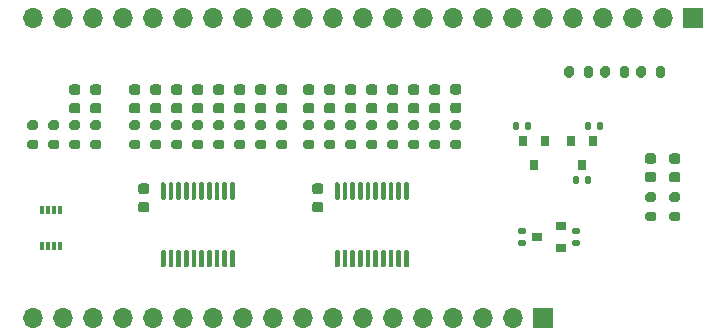
<source format=gbr>
%TF.GenerationSoftware,KiCad,Pcbnew,(5.1.10-1-10_14)*%
%TF.CreationDate,2021-10-18T21:54:19-04:00*%
%TF.ProjectId,RAM-MODULE,52414d2d-4d4f-4445-954c-452e6b696361,rev?*%
%TF.SameCoordinates,Original*%
%TF.FileFunction,Soldermask,Top*%
%TF.FilePolarity,Negative*%
%FSLAX46Y46*%
G04 Gerber Fmt 4.6, Leading zero omitted, Abs format (unit mm)*
G04 Created by KiCad (PCBNEW (5.1.10-1-10_14)) date 2021-10-18 21:54:19*
%MOMM*%
%LPD*%
G01*
G04 APERTURE LIST*
%ADD10R,0.300000X0.800000*%
%ADD11O,1.700000X1.700000*%
%ADD12R,1.700000X1.700000*%
%ADD13R,0.900000X0.800000*%
%ADD14R,0.800000X0.900000*%
G04 APERTURE END LIST*
%TO.C,U48*%
G36*
G01*
X263885000Y-102787000D02*
X264435000Y-102787000D01*
G75*
G02*
X264635000Y-102987000I0J-200000D01*
G01*
X264635000Y-103387000D01*
G75*
G02*
X264435000Y-103587000I-200000J0D01*
G01*
X263885000Y-103587000D01*
G75*
G02*
X263685000Y-103387000I0J200000D01*
G01*
X263685000Y-102987000D01*
G75*
G02*
X263885000Y-102787000I200000J0D01*
G01*
G37*
G36*
G01*
X263885000Y-101137000D02*
X264435000Y-101137000D01*
G75*
G02*
X264635000Y-101337000I0J-200000D01*
G01*
X264635000Y-101737000D01*
G75*
G02*
X264435000Y-101937000I-200000J0D01*
G01*
X263885000Y-101937000D01*
G75*
G02*
X263685000Y-101737000I0J200000D01*
G01*
X263685000Y-101337000D01*
G75*
G02*
X263885000Y-101137000I200000J0D01*
G01*
G37*
%TD*%
%TO.C,U47*%
G36*
G01*
X264416250Y-98710000D02*
X263903750Y-98710000D01*
G75*
G02*
X263685000Y-98491250I0J218750D01*
G01*
X263685000Y-98053750D01*
G75*
G02*
X263903750Y-97835000I218750J0D01*
G01*
X264416250Y-97835000D01*
G75*
G02*
X264635000Y-98053750I0J-218750D01*
G01*
X264635000Y-98491250D01*
G75*
G02*
X264416250Y-98710000I-218750J0D01*
G01*
G37*
G36*
G01*
X264416250Y-100285000D02*
X263903750Y-100285000D01*
G75*
G02*
X263685000Y-100066250I0J218750D01*
G01*
X263685000Y-99628750D01*
G75*
G02*
X263903750Y-99410000I218750J0D01*
G01*
X264416250Y-99410000D01*
G75*
G02*
X264635000Y-99628750I0J-218750D01*
G01*
X264635000Y-100066250D01*
G75*
G02*
X264416250Y-100285000I-218750J0D01*
G01*
G37*
%TD*%
%TO.C,U46*%
G36*
G01*
X261853000Y-102787000D02*
X262403000Y-102787000D01*
G75*
G02*
X262603000Y-102987000I0J-200000D01*
G01*
X262603000Y-103387000D01*
G75*
G02*
X262403000Y-103587000I-200000J0D01*
G01*
X261853000Y-103587000D01*
G75*
G02*
X261653000Y-103387000I0J200000D01*
G01*
X261653000Y-102987000D01*
G75*
G02*
X261853000Y-102787000I200000J0D01*
G01*
G37*
G36*
G01*
X261853000Y-101137000D02*
X262403000Y-101137000D01*
G75*
G02*
X262603000Y-101337000I0J-200000D01*
G01*
X262603000Y-101737000D01*
G75*
G02*
X262403000Y-101937000I-200000J0D01*
G01*
X261853000Y-101937000D01*
G75*
G02*
X261653000Y-101737000I0J200000D01*
G01*
X261653000Y-101337000D01*
G75*
G02*
X261853000Y-101137000I200000J0D01*
G01*
G37*
%TD*%
%TO.C,U45*%
G36*
G01*
X262358750Y-98710000D02*
X261846250Y-98710000D01*
G75*
G02*
X261627500Y-98491250I0J218750D01*
G01*
X261627500Y-98053750D01*
G75*
G02*
X261846250Y-97835000I218750J0D01*
G01*
X262358750Y-97835000D01*
G75*
G02*
X262577500Y-98053750I0J-218750D01*
G01*
X262577500Y-98491250D01*
G75*
G02*
X262358750Y-98710000I-218750J0D01*
G01*
G37*
G36*
G01*
X262358750Y-100285000D02*
X261846250Y-100285000D01*
G75*
G02*
X261627500Y-100066250I0J218750D01*
G01*
X261627500Y-99628750D01*
G75*
G02*
X261846250Y-99410000I218750J0D01*
G01*
X262358750Y-99410000D01*
G75*
G02*
X262577500Y-99628750I0J-218750D01*
G01*
X262577500Y-100066250D01*
G75*
G02*
X262358750Y-100285000I-218750J0D01*
G01*
G37*
%TD*%
%TO.C,U44*%
G36*
G01*
X214863000Y-96691000D02*
X215413000Y-96691000D01*
G75*
G02*
X215613000Y-96891000I0J-200000D01*
G01*
X215613000Y-97291000D01*
G75*
G02*
X215413000Y-97491000I-200000J0D01*
G01*
X214863000Y-97491000D01*
G75*
G02*
X214663000Y-97291000I0J200000D01*
G01*
X214663000Y-96891000D01*
G75*
G02*
X214863000Y-96691000I200000J0D01*
G01*
G37*
G36*
G01*
X214863000Y-95041000D02*
X215413000Y-95041000D01*
G75*
G02*
X215613000Y-95241000I0J-200000D01*
G01*
X215613000Y-95641000D01*
G75*
G02*
X215413000Y-95841000I-200000J0D01*
G01*
X214863000Y-95841000D01*
G75*
G02*
X214663000Y-95641000I0J200000D01*
G01*
X214663000Y-95241000D01*
G75*
G02*
X214863000Y-95041000I200000J0D01*
G01*
G37*
%TD*%
%TO.C,U43*%
G36*
G01*
X215394250Y-92868000D02*
X214881750Y-92868000D01*
G75*
G02*
X214663000Y-92649250I0J218750D01*
G01*
X214663000Y-92211750D01*
G75*
G02*
X214881750Y-91993000I218750J0D01*
G01*
X215394250Y-91993000D01*
G75*
G02*
X215613000Y-92211750I0J-218750D01*
G01*
X215613000Y-92649250D01*
G75*
G02*
X215394250Y-92868000I-218750J0D01*
G01*
G37*
G36*
G01*
X215394250Y-94443000D02*
X214881750Y-94443000D01*
G75*
G02*
X214663000Y-94224250I0J218750D01*
G01*
X214663000Y-93786750D01*
G75*
G02*
X214881750Y-93568000I218750J0D01*
G01*
X215394250Y-93568000D01*
G75*
G02*
X215613000Y-93786750I0J-218750D01*
G01*
X215613000Y-94224250D01*
G75*
G02*
X215394250Y-94443000I-218750J0D01*
G01*
G37*
%TD*%
%TO.C,U42*%
G36*
G01*
X213085000Y-96691000D02*
X213635000Y-96691000D01*
G75*
G02*
X213835000Y-96891000I0J-200000D01*
G01*
X213835000Y-97291000D01*
G75*
G02*
X213635000Y-97491000I-200000J0D01*
G01*
X213085000Y-97491000D01*
G75*
G02*
X212885000Y-97291000I0J200000D01*
G01*
X212885000Y-96891000D01*
G75*
G02*
X213085000Y-96691000I200000J0D01*
G01*
G37*
G36*
G01*
X213085000Y-95041000D02*
X213635000Y-95041000D01*
G75*
G02*
X213835000Y-95241000I0J-200000D01*
G01*
X213835000Y-95641000D01*
G75*
G02*
X213635000Y-95841000I-200000J0D01*
G01*
X213085000Y-95841000D01*
G75*
G02*
X212885000Y-95641000I0J200000D01*
G01*
X212885000Y-95241000D01*
G75*
G02*
X213085000Y-95041000I200000J0D01*
G01*
G37*
%TD*%
%TO.C,U4*%
G36*
G01*
X213616250Y-92868000D02*
X213103750Y-92868000D01*
G75*
G02*
X212885000Y-92649250I0J218750D01*
G01*
X212885000Y-92211750D01*
G75*
G02*
X213103750Y-91993000I218750J0D01*
G01*
X213616250Y-91993000D01*
G75*
G02*
X213835000Y-92211750I0J-218750D01*
G01*
X213835000Y-92649250D01*
G75*
G02*
X213616250Y-92868000I-218750J0D01*
G01*
G37*
G36*
G01*
X213616250Y-94443000D02*
X213103750Y-94443000D01*
G75*
G02*
X212885000Y-94224250I0J218750D01*
G01*
X212885000Y-93786750D01*
G75*
G02*
X213103750Y-93568000I218750J0D01*
G01*
X213616250Y-93568000D01*
G75*
G02*
X213835000Y-93786750I0J-218750D01*
G01*
X213835000Y-94224250D01*
G75*
G02*
X213616250Y-94443000I-218750J0D01*
G01*
G37*
%TD*%
D10*
%TO.C,U3*%
X210578000Y-102590000D03*
X211078000Y-102590000D03*
X211578000Y-102590000D03*
X212078000Y-102590000D03*
X212078000Y-105690000D03*
X211578000Y-105690000D03*
X211078000Y-105690000D03*
X210578000Y-105690000D03*
%TD*%
D11*
%TO.C,J2*%
X209804000Y-86360000D03*
X212344000Y-86360000D03*
X214884000Y-86360000D03*
X217424000Y-86360000D03*
X219964000Y-86360000D03*
X222504000Y-86360000D03*
X225044000Y-86360000D03*
X227584000Y-86360000D03*
X230124000Y-86360000D03*
X232664000Y-86360000D03*
X235204000Y-86360000D03*
X237744000Y-86360000D03*
X240284000Y-86360000D03*
X242824000Y-86360000D03*
X245364000Y-86360000D03*
X247904000Y-86360000D03*
X250444000Y-86360000D03*
X252984000Y-86360000D03*
X255524000Y-86360000D03*
X258064000Y-86360000D03*
X260604000Y-86360000D03*
X263144000Y-86360000D03*
D12*
X265684000Y-86360000D03*
%TD*%
D11*
%TO.C,J1*%
X209804000Y-111760000D03*
X212344000Y-111760000D03*
X214884000Y-111760000D03*
X217424000Y-111760000D03*
X219964000Y-111760000D03*
X222504000Y-111760000D03*
X225044000Y-111760000D03*
X227584000Y-111760000D03*
X230124000Y-111760000D03*
X232664000Y-111760000D03*
X235204000Y-111760000D03*
X237744000Y-111760000D03*
X240284000Y-111760000D03*
X242824000Y-111760000D03*
X245364000Y-111760000D03*
X247904000Y-111760000D03*
X250444000Y-111760000D03*
D12*
X252984000Y-111760000D03*
%TD*%
%TO.C,U41*%
G36*
G01*
X209529000Y-96691000D02*
X210079000Y-96691000D01*
G75*
G02*
X210279000Y-96891000I0J-200000D01*
G01*
X210279000Y-97291000D01*
G75*
G02*
X210079000Y-97491000I-200000J0D01*
G01*
X209529000Y-97491000D01*
G75*
G02*
X209329000Y-97291000I0J200000D01*
G01*
X209329000Y-96891000D01*
G75*
G02*
X209529000Y-96691000I200000J0D01*
G01*
G37*
G36*
G01*
X209529000Y-95041000D02*
X210079000Y-95041000D01*
G75*
G02*
X210279000Y-95241000I0J-200000D01*
G01*
X210279000Y-95641000D01*
G75*
G02*
X210079000Y-95841000I-200000J0D01*
G01*
X209529000Y-95841000D01*
G75*
G02*
X209329000Y-95641000I0J200000D01*
G01*
X209329000Y-95241000D01*
G75*
G02*
X209529000Y-95041000I200000J0D01*
G01*
G37*
%TD*%
%TO.C,U40*%
G36*
G01*
X211307000Y-96691000D02*
X211857000Y-96691000D01*
G75*
G02*
X212057000Y-96891000I0J-200000D01*
G01*
X212057000Y-97291000D01*
G75*
G02*
X211857000Y-97491000I-200000J0D01*
G01*
X211307000Y-97491000D01*
G75*
G02*
X211107000Y-97291000I0J200000D01*
G01*
X211107000Y-96891000D01*
G75*
G02*
X211307000Y-96691000I200000J0D01*
G01*
G37*
G36*
G01*
X211307000Y-95041000D02*
X211857000Y-95041000D01*
G75*
G02*
X212057000Y-95241000I0J-200000D01*
G01*
X212057000Y-95641000D01*
G75*
G02*
X211857000Y-95841000I-200000J0D01*
G01*
X211307000Y-95841000D01*
G75*
G02*
X211107000Y-95641000I0J200000D01*
G01*
X211107000Y-95241000D01*
G75*
G02*
X211307000Y-95041000I200000J0D01*
G01*
G37*
%TD*%
%TO.C,U39*%
G36*
G01*
X245343000Y-96691000D02*
X245893000Y-96691000D01*
G75*
G02*
X246093000Y-96891000I0J-200000D01*
G01*
X246093000Y-97291000D01*
G75*
G02*
X245893000Y-97491000I-200000J0D01*
G01*
X245343000Y-97491000D01*
G75*
G02*
X245143000Y-97291000I0J200000D01*
G01*
X245143000Y-96891000D01*
G75*
G02*
X245343000Y-96691000I200000J0D01*
G01*
G37*
G36*
G01*
X245343000Y-95041000D02*
X245893000Y-95041000D01*
G75*
G02*
X246093000Y-95241000I0J-200000D01*
G01*
X246093000Y-95641000D01*
G75*
G02*
X245893000Y-95841000I-200000J0D01*
G01*
X245343000Y-95841000D01*
G75*
G02*
X245143000Y-95641000I0J200000D01*
G01*
X245143000Y-95241000D01*
G75*
G02*
X245343000Y-95041000I200000J0D01*
G01*
G37*
%TD*%
%TO.C,U38*%
G36*
G01*
X245874250Y-92842500D02*
X245361750Y-92842500D01*
G75*
G02*
X245143000Y-92623750I0J218750D01*
G01*
X245143000Y-92186250D01*
G75*
G02*
X245361750Y-91967500I218750J0D01*
G01*
X245874250Y-91967500D01*
G75*
G02*
X246093000Y-92186250I0J-218750D01*
G01*
X246093000Y-92623750D01*
G75*
G02*
X245874250Y-92842500I-218750J0D01*
G01*
G37*
G36*
G01*
X245874250Y-94417500D02*
X245361750Y-94417500D01*
G75*
G02*
X245143000Y-94198750I0J218750D01*
G01*
X245143000Y-93761250D01*
G75*
G02*
X245361750Y-93542500I218750J0D01*
G01*
X245874250Y-93542500D01*
G75*
G02*
X246093000Y-93761250I0J-218750D01*
G01*
X246093000Y-94198750D01*
G75*
G02*
X245874250Y-94417500I-218750J0D01*
G01*
G37*
%TD*%
%TO.C,U37*%
G36*
G01*
X243565000Y-96691000D02*
X244115000Y-96691000D01*
G75*
G02*
X244315000Y-96891000I0J-200000D01*
G01*
X244315000Y-97291000D01*
G75*
G02*
X244115000Y-97491000I-200000J0D01*
G01*
X243565000Y-97491000D01*
G75*
G02*
X243365000Y-97291000I0J200000D01*
G01*
X243365000Y-96891000D01*
G75*
G02*
X243565000Y-96691000I200000J0D01*
G01*
G37*
G36*
G01*
X243565000Y-95041000D02*
X244115000Y-95041000D01*
G75*
G02*
X244315000Y-95241000I0J-200000D01*
G01*
X244315000Y-95641000D01*
G75*
G02*
X244115000Y-95841000I-200000J0D01*
G01*
X243565000Y-95841000D01*
G75*
G02*
X243365000Y-95641000I0J200000D01*
G01*
X243365000Y-95241000D01*
G75*
G02*
X243565000Y-95041000I200000J0D01*
G01*
G37*
%TD*%
%TO.C,U36*%
G36*
G01*
X244096250Y-92868000D02*
X243583750Y-92868000D01*
G75*
G02*
X243365000Y-92649250I0J218750D01*
G01*
X243365000Y-92211750D01*
G75*
G02*
X243583750Y-91993000I218750J0D01*
G01*
X244096250Y-91993000D01*
G75*
G02*
X244315000Y-92211750I0J-218750D01*
G01*
X244315000Y-92649250D01*
G75*
G02*
X244096250Y-92868000I-218750J0D01*
G01*
G37*
G36*
G01*
X244096250Y-94443000D02*
X243583750Y-94443000D01*
G75*
G02*
X243365000Y-94224250I0J218750D01*
G01*
X243365000Y-93786750D01*
G75*
G02*
X243583750Y-93568000I218750J0D01*
G01*
X244096250Y-93568000D01*
G75*
G02*
X244315000Y-93786750I0J-218750D01*
G01*
X244315000Y-94224250D01*
G75*
G02*
X244096250Y-94443000I-218750J0D01*
G01*
G37*
%TD*%
%TO.C,U35*%
G36*
G01*
X241787000Y-96691000D02*
X242337000Y-96691000D01*
G75*
G02*
X242537000Y-96891000I0J-200000D01*
G01*
X242537000Y-97291000D01*
G75*
G02*
X242337000Y-97491000I-200000J0D01*
G01*
X241787000Y-97491000D01*
G75*
G02*
X241587000Y-97291000I0J200000D01*
G01*
X241587000Y-96891000D01*
G75*
G02*
X241787000Y-96691000I200000J0D01*
G01*
G37*
G36*
G01*
X241787000Y-95041000D02*
X242337000Y-95041000D01*
G75*
G02*
X242537000Y-95241000I0J-200000D01*
G01*
X242537000Y-95641000D01*
G75*
G02*
X242337000Y-95841000I-200000J0D01*
G01*
X241787000Y-95841000D01*
G75*
G02*
X241587000Y-95641000I0J200000D01*
G01*
X241587000Y-95241000D01*
G75*
G02*
X241787000Y-95041000I200000J0D01*
G01*
G37*
%TD*%
%TO.C,U34*%
G36*
G01*
X242318250Y-92868000D02*
X241805750Y-92868000D01*
G75*
G02*
X241587000Y-92649250I0J218750D01*
G01*
X241587000Y-92211750D01*
G75*
G02*
X241805750Y-91993000I218750J0D01*
G01*
X242318250Y-91993000D01*
G75*
G02*
X242537000Y-92211750I0J-218750D01*
G01*
X242537000Y-92649250D01*
G75*
G02*
X242318250Y-92868000I-218750J0D01*
G01*
G37*
G36*
G01*
X242318250Y-94443000D02*
X241805750Y-94443000D01*
G75*
G02*
X241587000Y-94224250I0J218750D01*
G01*
X241587000Y-93786750D01*
G75*
G02*
X241805750Y-93568000I218750J0D01*
G01*
X242318250Y-93568000D01*
G75*
G02*
X242537000Y-93786750I0J-218750D01*
G01*
X242537000Y-94224250D01*
G75*
G02*
X242318250Y-94443000I-218750J0D01*
G01*
G37*
%TD*%
%TO.C,U33*%
G36*
G01*
X240009000Y-96691000D02*
X240559000Y-96691000D01*
G75*
G02*
X240759000Y-96891000I0J-200000D01*
G01*
X240759000Y-97291000D01*
G75*
G02*
X240559000Y-97491000I-200000J0D01*
G01*
X240009000Y-97491000D01*
G75*
G02*
X239809000Y-97291000I0J200000D01*
G01*
X239809000Y-96891000D01*
G75*
G02*
X240009000Y-96691000I200000J0D01*
G01*
G37*
G36*
G01*
X240009000Y-95041000D02*
X240559000Y-95041000D01*
G75*
G02*
X240759000Y-95241000I0J-200000D01*
G01*
X240759000Y-95641000D01*
G75*
G02*
X240559000Y-95841000I-200000J0D01*
G01*
X240009000Y-95841000D01*
G75*
G02*
X239809000Y-95641000I0J200000D01*
G01*
X239809000Y-95241000D01*
G75*
G02*
X240009000Y-95041000I200000J0D01*
G01*
G37*
%TD*%
%TO.C,U32*%
G36*
G01*
X240540250Y-92868000D02*
X240027750Y-92868000D01*
G75*
G02*
X239809000Y-92649250I0J218750D01*
G01*
X239809000Y-92211750D01*
G75*
G02*
X240027750Y-91993000I218750J0D01*
G01*
X240540250Y-91993000D01*
G75*
G02*
X240759000Y-92211750I0J-218750D01*
G01*
X240759000Y-92649250D01*
G75*
G02*
X240540250Y-92868000I-218750J0D01*
G01*
G37*
G36*
G01*
X240540250Y-94443000D02*
X240027750Y-94443000D01*
G75*
G02*
X239809000Y-94224250I0J218750D01*
G01*
X239809000Y-93786750D01*
G75*
G02*
X240027750Y-93568000I218750J0D01*
G01*
X240540250Y-93568000D01*
G75*
G02*
X240759000Y-93786750I0J-218750D01*
G01*
X240759000Y-94224250D01*
G75*
G02*
X240540250Y-94443000I-218750J0D01*
G01*
G37*
%TD*%
%TO.C,U31*%
G36*
G01*
X238231000Y-96691000D02*
X238781000Y-96691000D01*
G75*
G02*
X238981000Y-96891000I0J-200000D01*
G01*
X238981000Y-97291000D01*
G75*
G02*
X238781000Y-97491000I-200000J0D01*
G01*
X238231000Y-97491000D01*
G75*
G02*
X238031000Y-97291000I0J200000D01*
G01*
X238031000Y-96891000D01*
G75*
G02*
X238231000Y-96691000I200000J0D01*
G01*
G37*
G36*
G01*
X238231000Y-95041000D02*
X238781000Y-95041000D01*
G75*
G02*
X238981000Y-95241000I0J-200000D01*
G01*
X238981000Y-95641000D01*
G75*
G02*
X238781000Y-95841000I-200000J0D01*
G01*
X238231000Y-95841000D01*
G75*
G02*
X238031000Y-95641000I0J200000D01*
G01*
X238031000Y-95241000D01*
G75*
G02*
X238231000Y-95041000I200000J0D01*
G01*
G37*
%TD*%
%TO.C,U30*%
G36*
G01*
X238762250Y-92868000D02*
X238249750Y-92868000D01*
G75*
G02*
X238031000Y-92649250I0J218750D01*
G01*
X238031000Y-92211750D01*
G75*
G02*
X238249750Y-91993000I218750J0D01*
G01*
X238762250Y-91993000D01*
G75*
G02*
X238981000Y-92211750I0J-218750D01*
G01*
X238981000Y-92649250D01*
G75*
G02*
X238762250Y-92868000I-218750J0D01*
G01*
G37*
G36*
G01*
X238762250Y-94443000D02*
X238249750Y-94443000D01*
G75*
G02*
X238031000Y-94224250I0J218750D01*
G01*
X238031000Y-93786750D01*
G75*
G02*
X238249750Y-93568000I218750J0D01*
G01*
X238762250Y-93568000D01*
G75*
G02*
X238981000Y-93786750I0J-218750D01*
G01*
X238981000Y-94224250D01*
G75*
G02*
X238762250Y-94443000I-218750J0D01*
G01*
G37*
%TD*%
%TO.C,U29*%
G36*
G01*
X236453000Y-96691000D02*
X237003000Y-96691000D01*
G75*
G02*
X237203000Y-96891000I0J-200000D01*
G01*
X237203000Y-97291000D01*
G75*
G02*
X237003000Y-97491000I-200000J0D01*
G01*
X236453000Y-97491000D01*
G75*
G02*
X236253000Y-97291000I0J200000D01*
G01*
X236253000Y-96891000D01*
G75*
G02*
X236453000Y-96691000I200000J0D01*
G01*
G37*
G36*
G01*
X236453000Y-95041000D02*
X237003000Y-95041000D01*
G75*
G02*
X237203000Y-95241000I0J-200000D01*
G01*
X237203000Y-95641000D01*
G75*
G02*
X237003000Y-95841000I-200000J0D01*
G01*
X236453000Y-95841000D01*
G75*
G02*
X236253000Y-95641000I0J200000D01*
G01*
X236253000Y-95241000D01*
G75*
G02*
X236453000Y-95041000I200000J0D01*
G01*
G37*
%TD*%
%TO.C,U28*%
G36*
G01*
X236984250Y-92868000D02*
X236471750Y-92868000D01*
G75*
G02*
X236253000Y-92649250I0J218750D01*
G01*
X236253000Y-92211750D01*
G75*
G02*
X236471750Y-91993000I218750J0D01*
G01*
X236984250Y-91993000D01*
G75*
G02*
X237203000Y-92211750I0J-218750D01*
G01*
X237203000Y-92649250D01*
G75*
G02*
X236984250Y-92868000I-218750J0D01*
G01*
G37*
G36*
G01*
X236984250Y-94443000D02*
X236471750Y-94443000D01*
G75*
G02*
X236253000Y-94224250I0J218750D01*
G01*
X236253000Y-93786750D01*
G75*
G02*
X236471750Y-93568000I218750J0D01*
G01*
X236984250Y-93568000D01*
G75*
G02*
X237203000Y-93786750I0J-218750D01*
G01*
X237203000Y-94224250D01*
G75*
G02*
X236984250Y-94443000I-218750J0D01*
G01*
G37*
%TD*%
%TO.C,U27*%
G36*
G01*
X234675000Y-96691000D02*
X235225000Y-96691000D01*
G75*
G02*
X235425000Y-96891000I0J-200000D01*
G01*
X235425000Y-97291000D01*
G75*
G02*
X235225000Y-97491000I-200000J0D01*
G01*
X234675000Y-97491000D01*
G75*
G02*
X234475000Y-97291000I0J200000D01*
G01*
X234475000Y-96891000D01*
G75*
G02*
X234675000Y-96691000I200000J0D01*
G01*
G37*
G36*
G01*
X234675000Y-95041000D02*
X235225000Y-95041000D01*
G75*
G02*
X235425000Y-95241000I0J-200000D01*
G01*
X235425000Y-95641000D01*
G75*
G02*
X235225000Y-95841000I-200000J0D01*
G01*
X234675000Y-95841000D01*
G75*
G02*
X234475000Y-95641000I0J200000D01*
G01*
X234475000Y-95241000D01*
G75*
G02*
X234675000Y-95041000I200000J0D01*
G01*
G37*
%TD*%
%TO.C,U26*%
G36*
G01*
X235206250Y-92868000D02*
X234693750Y-92868000D01*
G75*
G02*
X234475000Y-92649250I0J218750D01*
G01*
X234475000Y-92211750D01*
G75*
G02*
X234693750Y-91993000I218750J0D01*
G01*
X235206250Y-91993000D01*
G75*
G02*
X235425000Y-92211750I0J-218750D01*
G01*
X235425000Y-92649250D01*
G75*
G02*
X235206250Y-92868000I-218750J0D01*
G01*
G37*
G36*
G01*
X235206250Y-94443000D02*
X234693750Y-94443000D01*
G75*
G02*
X234475000Y-94224250I0J218750D01*
G01*
X234475000Y-93786750D01*
G75*
G02*
X234693750Y-93568000I218750J0D01*
G01*
X235206250Y-93568000D01*
G75*
G02*
X235425000Y-93786750I0J-218750D01*
G01*
X235425000Y-94224250D01*
G75*
G02*
X235206250Y-94443000I-218750J0D01*
G01*
G37*
%TD*%
%TO.C,U25*%
G36*
G01*
X232897000Y-96691000D02*
X233447000Y-96691000D01*
G75*
G02*
X233647000Y-96891000I0J-200000D01*
G01*
X233647000Y-97291000D01*
G75*
G02*
X233447000Y-97491000I-200000J0D01*
G01*
X232897000Y-97491000D01*
G75*
G02*
X232697000Y-97291000I0J200000D01*
G01*
X232697000Y-96891000D01*
G75*
G02*
X232897000Y-96691000I200000J0D01*
G01*
G37*
G36*
G01*
X232897000Y-95041000D02*
X233447000Y-95041000D01*
G75*
G02*
X233647000Y-95241000I0J-200000D01*
G01*
X233647000Y-95641000D01*
G75*
G02*
X233447000Y-95841000I-200000J0D01*
G01*
X232897000Y-95841000D01*
G75*
G02*
X232697000Y-95641000I0J200000D01*
G01*
X232697000Y-95241000D01*
G75*
G02*
X232897000Y-95041000I200000J0D01*
G01*
G37*
%TD*%
%TO.C,U24*%
G36*
G01*
X233428250Y-92868000D02*
X232915750Y-92868000D01*
G75*
G02*
X232697000Y-92649250I0J218750D01*
G01*
X232697000Y-92211750D01*
G75*
G02*
X232915750Y-91993000I218750J0D01*
G01*
X233428250Y-91993000D01*
G75*
G02*
X233647000Y-92211750I0J-218750D01*
G01*
X233647000Y-92649250D01*
G75*
G02*
X233428250Y-92868000I-218750J0D01*
G01*
G37*
G36*
G01*
X233428250Y-94443000D02*
X232915750Y-94443000D01*
G75*
G02*
X232697000Y-94224250I0J218750D01*
G01*
X232697000Y-93786750D01*
G75*
G02*
X232915750Y-93568000I218750J0D01*
G01*
X233428250Y-93568000D01*
G75*
G02*
X233647000Y-93786750I0J-218750D01*
G01*
X233647000Y-94224250D01*
G75*
G02*
X233428250Y-94443000I-218750J0D01*
G01*
G37*
%TD*%
%TO.C,U23*%
G36*
G01*
X230611000Y-96691000D02*
X231161000Y-96691000D01*
G75*
G02*
X231361000Y-96891000I0J-200000D01*
G01*
X231361000Y-97291000D01*
G75*
G02*
X231161000Y-97491000I-200000J0D01*
G01*
X230611000Y-97491000D01*
G75*
G02*
X230411000Y-97291000I0J200000D01*
G01*
X230411000Y-96891000D01*
G75*
G02*
X230611000Y-96691000I200000J0D01*
G01*
G37*
G36*
G01*
X230611000Y-95041000D02*
X231161000Y-95041000D01*
G75*
G02*
X231361000Y-95241000I0J-200000D01*
G01*
X231361000Y-95641000D01*
G75*
G02*
X231161000Y-95841000I-200000J0D01*
G01*
X230611000Y-95841000D01*
G75*
G02*
X230411000Y-95641000I0J200000D01*
G01*
X230411000Y-95241000D01*
G75*
G02*
X230611000Y-95041000I200000J0D01*
G01*
G37*
%TD*%
%TO.C,U22*%
G36*
G01*
X231142250Y-92868000D02*
X230629750Y-92868000D01*
G75*
G02*
X230411000Y-92649250I0J218750D01*
G01*
X230411000Y-92211750D01*
G75*
G02*
X230629750Y-91993000I218750J0D01*
G01*
X231142250Y-91993000D01*
G75*
G02*
X231361000Y-92211750I0J-218750D01*
G01*
X231361000Y-92649250D01*
G75*
G02*
X231142250Y-92868000I-218750J0D01*
G01*
G37*
G36*
G01*
X231142250Y-94443000D02*
X230629750Y-94443000D01*
G75*
G02*
X230411000Y-94224250I0J218750D01*
G01*
X230411000Y-93786750D01*
G75*
G02*
X230629750Y-93568000I218750J0D01*
G01*
X231142250Y-93568000D01*
G75*
G02*
X231361000Y-93786750I0J-218750D01*
G01*
X231361000Y-94224250D01*
G75*
G02*
X231142250Y-94443000I-218750J0D01*
G01*
G37*
%TD*%
%TO.C,U21*%
G36*
G01*
X228833000Y-96691000D02*
X229383000Y-96691000D01*
G75*
G02*
X229583000Y-96891000I0J-200000D01*
G01*
X229583000Y-97291000D01*
G75*
G02*
X229383000Y-97491000I-200000J0D01*
G01*
X228833000Y-97491000D01*
G75*
G02*
X228633000Y-97291000I0J200000D01*
G01*
X228633000Y-96891000D01*
G75*
G02*
X228833000Y-96691000I200000J0D01*
G01*
G37*
G36*
G01*
X228833000Y-95041000D02*
X229383000Y-95041000D01*
G75*
G02*
X229583000Y-95241000I0J-200000D01*
G01*
X229583000Y-95641000D01*
G75*
G02*
X229383000Y-95841000I-200000J0D01*
G01*
X228833000Y-95841000D01*
G75*
G02*
X228633000Y-95641000I0J200000D01*
G01*
X228633000Y-95241000D01*
G75*
G02*
X228833000Y-95041000I200000J0D01*
G01*
G37*
%TD*%
%TO.C,U20*%
G36*
G01*
X229364250Y-92868000D02*
X228851750Y-92868000D01*
G75*
G02*
X228633000Y-92649250I0J218750D01*
G01*
X228633000Y-92211750D01*
G75*
G02*
X228851750Y-91993000I218750J0D01*
G01*
X229364250Y-91993000D01*
G75*
G02*
X229583000Y-92211750I0J-218750D01*
G01*
X229583000Y-92649250D01*
G75*
G02*
X229364250Y-92868000I-218750J0D01*
G01*
G37*
G36*
G01*
X229364250Y-94443000D02*
X228851750Y-94443000D01*
G75*
G02*
X228633000Y-94224250I0J218750D01*
G01*
X228633000Y-93786750D01*
G75*
G02*
X228851750Y-93568000I218750J0D01*
G01*
X229364250Y-93568000D01*
G75*
G02*
X229583000Y-93786750I0J-218750D01*
G01*
X229583000Y-94224250D01*
G75*
G02*
X229364250Y-94443000I-218750J0D01*
G01*
G37*
%TD*%
%TO.C,U19*%
G36*
G01*
X227055000Y-96691000D02*
X227605000Y-96691000D01*
G75*
G02*
X227805000Y-96891000I0J-200000D01*
G01*
X227805000Y-97291000D01*
G75*
G02*
X227605000Y-97491000I-200000J0D01*
G01*
X227055000Y-97491000D01*
G75*
G02*
X226855000Y-97291000I0J200000D01*
G01*
X226855000Y-96891000D01*
G75*
G02*
X227055000Y-96691000I200000J0D01*
G01*
G37*
G36*
G01*
X227055000Y-95041000D02*
X227605000Y-95041000D01*
G75*
G02*
X227805000Y-95241000I0J-200000D01*
G01*
X227805000Y-95641000D01*
G75*
G02*
X227605000Y-95841000I-200000J0D01*
G01*
X227055000Y-95841000D01*
G75*
G02*
X226855000Y-95641000I0J200000D01*
G01*
X226855000Y-95241000D01*
G75*
G02*
X227055000Y-95041000I200000J0D01*
G01*
G37*
%TD*%
%TO.C,U18*%
G36*
G01*
X227586250Y-92868000D02*
X227073750Y-92868000D01*
G75*
G02*
X226855000Y-92649250I0J218750D01*
G01*
X226855000Y-92211750D01*
G75*
G02*
X227073750Y-91993000I218750J0D01*
G01*
X227586250Y-91993000D01*
G75*
G02*
X227805000Y-92211750I0J-218750D01*
G01*
X227805000Y-92649250D01*
G75*
G02*
X227586250Y-92868000I-218750J0D01*
G01*
G37*
G36*
G01*
X227586250Y-94443000D02*
X227073750Y-94443000D01*
G75*
G02*
X226855000Y-94224250I0J218750D01*
G01*
X226855000Y-93786750D01*
G75*
G02*
X227073750Y-93568000I218750J0D01*
G01*
X227586250Y-93568000D01*
G75*
G02*
X227805000Y-93786750I0J-218750D01*
G01*
X227805000Y-94224250D01*
G75*
G02*
X227586250Y-94443000I-218750J0D01*
G01*
G37*
%TD*%
%TO.C,U17*%
G36*
G01*
X225277000Y-96691000D02*
X225827000Y-96691000D01*
G75*
G02*
X226027000Y-96891000I0J-200000D01*
G01*
X226027000Y-97291000D01*
G75*
G02*
X225827000Y-97491000I-200000J0D01*
G01*
X225277000Y-97491000D01*
G75*
G02*
X225077000Y-97291000I0J200000D01*
G01*
X225077000Y-96891000D01*
G75*
G02*
X225277000Y-96691000I200000J0D01*
G01*
G37*
G36*
G01*
X225277000Y-95041000D02*
X225827000Y-95041000D01*
G75*
G02*
X226027000Y-95241000I0J-200000D01*
G01*
X226027000Y-95641000D01*
G75*
G02*
X225827000Y-95841000I-200000J0D01*
G01*
X225277000Y-95841000D01*
G75*
G02*
X225077000Y-95641000I0J200000D01*
G01*
X225077000Y-95241000D01*
G75*
G02*
X225277000Y-95041000I200000J0D01*
G01*
G37*
%TD*%
%TO.C,U16*%
G36*
G01*
X225808250Y-92868000D02*
X225295750Y-92868000D01*
G75*
G02*
X225077000Y-92649250I0J218750D01*
G01*
X225077000Y-92211750D01*
G75*
G02*
X225295750Y-91993000I218750J0D01*
G01*
X225808250Y-91993000D01*
G75*
G02*
X226027000Y-92211750I0J-218750D01*
G01*
X226027000Y-92649250D01*
G75*
G02*
X225808250Y-92868000I-218750J0D01*
G01*
G37*
G36*
G01*
X225808250Y-94443000D02*
X225295750Y-94443000D01*
G75*
G02*
X225077000Y-94224250I0J218750D01*
G01*
X225077000Y-93786750D01*
G75*
G02*
X225295750Y-93568000I218750J0D01*
G01*
X225808250Y-93568000D01*
G75*
G02*
X226027000Y-93786750I0J-218750D01*
G01*
X226027000Y-94224250D01*
G75*
G02*
X225808250Y-94443000I-218750J0D01*
G01*
G37*
%TD*%
%TO.C,U15*%
G36*
G01*
X223499000Y-96691000D02*
X224049000Y-96691000D01*
G75*
G02*
X224249000Y-96891000I0J-200000D01*
G01*
X224249000Y-97291000D01*
G75*
G02*
X224049000Y-97491000I-200000J0D01*
G01*
X223499000Y-97491000D01*
G75*
G02*
X223299000Y-97291000I0J200000D01*
G01*
X223299000Y-96891000D01*
G75*
G02*
X223499000Y-96691000I200000J0D01*
G01*
G37*
G36*
G01*
X223499000Y-95041000D02*
X224049000Y-95041000D01*
G75*
G02*
X224249000Y-95241000I0J-200000D01*
G01*
X224249000Y-95641000D01*
G75*
G02*
X224049000Y-95841000I-200000J0D01*
G01*
X223499000Y-95841000D01*
G75*
G02*
X223299000Y-95641000I0J200000D01*
G01*
X223299000Y-95241000D01*
G75*
G02*
X223499000Y-95041000I200000J0D01*
G01*
G37*
%TD*%
%TO.C,U14*%
G36*
G01*
X224030250Y-92868000D02*
X223517750Y-92868000D01*
G75*
G02*
X223299000Y-92649250I0J218750D01*
G01*
X223299000Y-92211750D01*
G75*
G02*
X223517750Y-91993000I218750J0D01*
G01*
X224030250Y-91993000D01*
G75*
G02*
X224249000Y-92211750I0J-218750D01*
G01*
X224249000Y-92649250D01*
G75*
G02*
X224030250Y-92868000I-218750J0D01*
G01*
G37*
G36*
G01*
X224030250Y-94443000D02*
X223517750Y-94443000D01*
G75*
G02*
X223299000Y-94224250I0J218750D01*
G01*
X223299000Y-93786750D01*
G75*
G02*
X223517750Y-93568000I218750J0D01*
G01*
X224030250Y-93568000D01*
G75*
G02*
X224249000Y-93786750I0J-218750D01*
G01*
X224249000Y-94224250D01*
G75*
G02*
X224030250Y-94443000I-218750J0D01*
G01*
G37*
%TD*%
%TO.C,U13*%
G36*
G01*
X221721000Y-96691000D02*
X222271000Y-96691000D01*
G75*
G02*
X222471000Y-96891000I0J-200000D01*
G01*
X222471000Y-97291000D01*
G75*
G02*
X222271000Y-97491000I-200000J0D01*
G01*
X221721000Y-97491000D01*
G75*
G02*
X221521000Y-97291000I0J200000D01*
G01*
X221521000Y-96891000D01*
G75*
G02*
X221721000Y-96691000I200000J0D01*
G01*
G37*
G36*
G01*
X221721000Y-95041000D02*
X222271000Y-95041000D01*
G75*
G02*
X222471000Y-95241000I0J-200000D01*
G01*
X222471000Y-95641000D01*
G75*
G02*
X222271000Y-95841000I-200000J0D01*
G01*
X221721000Y-95841000D01*
G75*
G02*
X221521000Y-95641000I0J200000D01*
G01*
X221521000Y-95241000D01*
G75*
G02*
X221721000Y-95041000I200000J0D01*
G01*
G37*
%TD*%
%TO.C,U12*%
G36*
G01*
X222252250Y-92868000D02*
X221739750Y-92868000D01*
G75*
G02*
X221521000Y-92649250I0J218750D01*
G01*
X221521000Y-92211750D01*
G75*
G02*
X221739750Y-91993000I218750J0D01*
G01*
X222252250Y-91993000D01*
G75*
G02*
X222471000Y-92211750I0J-218750D01*
G01*
X222471000Y-92649250D01*
G75*
G02*
X222252250Y-92868000I-218750J0D01*
G01*
G37*
G36*
G01*
X222252250Y-94443000D02*
X221739750Y-94443000D01*
G75*
G02*
X221521000Y-94224250I0J218750D01*
G01*
X221521000Y-93786750D01*
G75*
G02*
X221739750Y-93568000I218750J0D01*
G01*
X222252250Y-93568000D01*
G75*
G02*
X222471000Y-93786750I0J-218750D01*
G01*
X222471000Y-94224250D01*
G75*
G02*
X222252250Y-94443000I-218750J0D01*
G01*
G37*
%TD*%
%TO.C,U11*%
G36*
G01*
X219943000Y-96691000D02*
X220493000Y-96691000D01*
G75*
G02*
X220693000Y-96891000I0J-200000D01*
G01*
X220693000Y-97291000D01*
G75*
G02*
X220493000Y-97491000I-200000J0D01*
G01*
X219943000Y-97491000D01*
G75*
G02*
X219743000Y-97291000I0J200000D01*
G01*
X219743000Y-96891000D01*
G75*
G02*
X219943000Y-96691000I200000J0D01*
G01*
G37*
G36*
G01*
X219943000Y-95041000D02*
X220493000Y-95041000D01*
G75*
G02*
X220693000Y-95241000I0J-200000D01*
G01*
X220693000Y-95641000D01*
G75*
G02*
X220493000Y-95841000I-200000J0D01*
G01*
X219943000Y-95841000D01*
G75*
G02*
X219743000Y-95641000I0J200000D01*
G01*
X219743000Y-95241000D01*
G75*
G02*
X219943000Y-95041000I200000J0D01*
G01*
G37*
%TD*%
%TO.C,U10*%
G36*
G01*
X220474250Y-92868000D02*
X219961750Y-92868000D01*
G75*
G02*
X219743000Y-92649250I0J218750D01*
G01*
X219743000Y-92211750D01*
G75*
G02*
X219961750Y-91993000I218750J0D01*
G01*
X220474250Y-91993000D01*
G75*
G02*
X220693000Y-92211750I0J-218750D01*
G01*
X220693000Y-92649250D01*
G75*
G02*
X220474250Y-92868000I-218750J0D01*
G01*
G37*
G36*
G01*
X220474250Y-94443000D02*
X219961750Y-94443000D01*
G75*
G02*
X219743000Y-94224250I0J218750D01*
G01*
X219743000Y-93786750D01*
G75*
G02*
X219961750Y-93568000I218750J0D01*
G01*
X220474250Y-93568000D01*
G75*
G02*
X220693000Y-93786750I0J-218750D01*
G01*
X220693000Y-94224250D01*
G75*
G02*
X220474250Y-94443000I-218750J0D01*
G01*
G37*
%TD*%
%TO.C,U9*%
G36*
G01*
X218165000Y-96691000D02*
X218715000Y-96691000D01*
G75*
G02*
X218915000Y-96891000I0J-200000D01*
G01*
X218915000Y-97291000D01*
G75*
G02*
X218715000Y-97491000I-200000J0D01*
G01*
X218165000Y-97491000D01*
G75*
G02*
X217965000Y-97291000I0J200000D01*
G01*
X217965000Y-96891000D01*
G75*
G02*
X218165000Y-96691000I200000J0D01*
G01*
G37*
G36*
G01*
X218165000Y-95041000D02*
X218715000Y-95041000D01*
G75*
G02*
X218915000Y-95241000I0J-200000D01*
G01*
X218915000Y-95641000D01*
G75*
G02*
X218715000Y-95841000I-200000J0D01*
G01*
X218165000Y-95841000D01*
G75*
G02*
X217965000Y-95641000I0J200000D01*
G01*
X217965000Y-95241000D01*
G75*
G02*
X218165000Y-95041000I200000J0D01*
G01*
G37*
%TD*%
%TO.C,U8*%
G36*
G01*
X218696250Y-92868000D02*
X218183750Y-92868000D01*
G75*
G02*
X217965000Y-92649250I0J218750D01*
G01*
X217965000Y-92211750D01*
G75*
G02*
X218183750Y-91993000I218750J0D01*
G01*
X218696250Y-91993000D01*
G75*
G02*
X218915000Y-92211750I0J-218750D01*
G01*
X218915000Y-92649250D01*
G75*
G02*
X218696250Y-92868000I-218750J0D01*
G01*
G37*
G36*
G01*
X218696250Y-94443000D02*
X218183750Y-94443000D01*
G75*
G02*
X217965000Y-94224250I0J218750D01*
G01*
X217965000Y-93786750D01*
G75*
G02*
X218183750Y-93568000I218750J0D01*
G01*
X218696250Y-93568000D01*
G75*
G02*
X218915000Y-93786750I0J-218750D01*
G01*
X218915000Y-94224250D01*
G75*
G02*
X218696250Y-94443000I-218750J0D01*
G01*
G37*
%TD*%
%TO.C,U7*%
G36*
G01*
X256457000Y-91207000D02*
X256457000Y-90657000D01*
G75*
G02*
X256657000Y-90457000I200000J0D01*
G01*
X257057000Y-90457000D01*
G75*
G02*
X257257000Y-90657000I0J-200000D01*
G01*
X257257000Y-91207000D01*
G75*
G02*
X257057000Y-91407000I-200000J0D01*
G01*
X256657000Y-91407000D01*
G75*
G02*
X256457000Y-91207000I0J200000D01*
G01*
G37*
G36*
G01*
X254807000Y-91207000D02*
X254807000Y-90657000D01*
G75*
G02*
X255007000Y-90457000I200000J0D01*
G01*
X255407000Y-90457000D01*
G75*
G02*
X255607000Y-90657000I0J-200000D01*
G01*
X255607000Y-91207000D01*
G75*
G02*
X255407000Y-91407000I-200000J0D01*
G01*
X255007000Y-91407000D01*
G75*
G02*
X254807000Y-91207000I0J200000D01*
G01*
G37*
%TD*%
%TO.C,U6*%
G36*
G01*
X259505000Y-91207000D02*
X259505000Y-90657000D01*
G75*
G02*
X259705000Y-90457000I200000J0D01*
G01*
X260105000Y-90457000D01*
G75*
G02*
X260305000Y-90657000I0J-200000D01*
G01*
X260305000Y-91207000D01*
G75*
G02*
X260105000Y-91407000I-200000J0D01*
G01*
X259705000Y-91407000D01*
G75*
G02*
X259505000Y-91207000I0J200000D01*
G01*
G37*
G36*
G01*
X257855000Y-91207000D02*
X257855000Y-90657000D01*
G75*
G02*
X258055000Y-90457000I200000J0D01*
G01*
X258455000Y-90457000D01*
G75*
G02*
X258655000Y-90657000I0J-200000D01*
G01*
X258655000Y-91207000D01*
G75*
G02*
X258455000Y-91407000I-200000J0D01*
G01*
X258055000Y-91407000D01*
G75*
G02*
X257855000Y-91207000I0J200000D01*
G01*
G37*
%TD*%
%TO.C,U5*%
G36*
G01*
X262553000Y-91207000D02*
X262553000Y-90657000D01*
G75*
G02*
X262753000Y-90457000I200000J0D01*
G01*
X263153000Y-90457000D01*
G75*
G02*
X263353000Y-90657000I0J-200000D01*
G01*
X263353000Y-91207000D01*
G75*
G02*
X263153000Y-91407000I-200000J0D01*
G01*
X262753000Y-91407000D01*
G75*
G02*
X262553000Y-91207000I0J200000D01*
G01*
G37*
G36*
G01*
X260903000Y-91207000D02*
X260903000Y-90657000D01*
G75*
G02*
X261103000Y-90457000I200000J0D01*
G01*
X261503000Y-90457000D01*
G75*
G02*
X261703000Y-90657000I0J-200000D01*
G01*
X261703000Y-91207000D01*
G75*
G02*
X261503000Y-91407000I-200000J0D01*
G01*
X261103000Y-91407000D01*
G75*
G02*
X260903000Y-91207000I0J200000D01*
G01*
G37*
%TD*%
%TO.C,R5*%
G36*
G01*
X251391000Y-104662000D02*
X251021000Y-104662000D01*
G75*
G02*
X250886000Y-104527000I0J135000D01*
G01*
X250886000Y-104257000D01*
G75*
G02*
X251021000Y-104122000I135000J0D01*
G01*
X251391000Y-104122000D01*
G75*
G02*
X251526000Y-104257000I0J-135000D01*
G01*
X251526000Y-104527000D01*
G75*
G02*
X251391000Y-104662000I-135000J0D01*
G01*
G37*
G36*
G01*
X251391000Y-105682000D02*
X251021000Y-105682000D01*
G75*
G02*
X250886000Y-105547000I0J135000D01*
G01*
X250886000Y-105277000D01*
G75*
G02*
X251021000Y-105142000I135000J0D01*
G01*
X251391000Y-105142000D01*
G75*
G02*
X251526000Y-105277000I0J-135000D01*
G01*
X251526000Y-105547000D01*
G75*
G02*
X251391000Y-105682000I-135000J0D01*
G01*
G37*
%TD*%
%TO.C,R4*%
G36*
G01*
X255963000Y-104662000D02*
X255593000Y-104662000D01*
G75*
G02*
X255458000Y-104527000I0J135000D01*
G01*
X255458000Y-104257000D01*
G75*
G02*
X255593000Y-104122000I135000J0D01*
G01*
X255963000Y-104122000D01*
G75*
G02*
X256098000Y-104257000I0J-135000D01*
G01*
X256098000Y-104527000D01*
G75*
G02*
X255963000Y-104662000I-135000J0D01*
G01*
G37*
G36*
G01*
X255963000Y-105682000D02*
X255593000Y-105682000D01*
G75*
G02*
X255458000Y-105547000I0J135000D01*
G01*
X255458000Y-105277000D01*
G75*
G02*
X255593000Y-105142000I135000J0D01*
G01*
X255963000Y-105142000D01*
G75*
G02*
X256098000Y-105277000I0J-135000D01*
G01*
X256098000Y-105547000D01*
G75*
G02*
X255963000Y-105682000I-135000J0D01*
G01*
G37*
%TD*%
%TO.C,R3*%
G36*
G01*
X256526000Y-100261000D02*
X256526000Y-99891000D01*
G75*
G02*
X256661000Y-99756000I135000J0D01*
G01*
X256931000Y-99756000D01*
G75*
G02*
X257066000Y-99891000I0J-135000D01*
G01*
X257066000Y-100261000D01*
G75*
G02*
X256931000Y-100396000I-135000J0D01*
G01*
X256661000Y-100396000D01*
G75*
G02*
X256526000Y-100261000I0J135000D01*
G01*
G37*
G36*
G01*
X255506000Y-100261000D02*
X255506000Y-99891000D01*
G75*
G02*
X255641000Y-99756000I135000J0D01*
G01*
X255911000Y-99756000D01*
G75*
G02*
X256046000Y-99891000I0J-135000D01*
G01*
X256046000Y-100261000D01*
G75*
G02*
X255911000Y-100396000I-135000J0D01*
G01*
X255641000Y-100396000D01*
G75*
G02*
X255506000Y-100261000I0J135000D01*
G01*
G37*
%TD*%
%TO.C,R2*%
G36*
G01*
X257062000Y-95319000D02*
X257062000Y-95689000D01*
G75*
G02*
X256927000Y-95824000I-135000J0D01*
G01*
X256657000Y-95824000D01*
G75*
G02*
X256522000Y-95689000I0J135000D01*
G01*
X256522000Y-95319000D01*
G75*
G02*
X256657000Y-95184000I135000J0D01*
G01*
X256927000Y-95184000D01*
G75*
G02*
X257062000Y-95319000I0J-135000D01*
G01*
G37*
G36*
G01*
X258082000Y-95319000D02*
X258082000Y-95689000D01*
G75*
G02*
X257947000Y-95824000I-135000J0D01*
G01*
X257677000Y-95824000D01*
G75*
G02*
X257542000Y-95689000I0J135000D01*
G01*
X257542000Y-95319000D01*
G75*
G02*
X257677000Y-95184000I135000J0D01*
G01*
X257947000Y-95184000D01*
G75*
G02*
X258082000Y-95319000I0J-135000D01*
G01*
G37*
%TD*%
%TO.C,R1*%
G36*
G01*
X250966000Y-95319000D02*
X250966000Y-95689000D01*
G75*
G02*
X250831000Y-95824000I-135000J0D01*
G01*
X250561000Y-95824000D01*
G75*
G02*
X250426000Y-95689000I0J135000D01*
G01*
X250426000Y-95319000D01*
G75*
G02*
X250561000Y-95184000I135000J0D01*
G01*
X250831000Y-95184000D01*
G75*
G02*
X250966000Y-95319000I0J-135000D01*
G01*
G37*
G36*
G01*
X251986000Y-95319000D02*
X251986000Y-95689000D01*
G75*
G02*
X251851000Y-95824000I-135000J0D01*
G01*
X251581000Y-95824000D01*
G75*
G02*
X251446000Y-95689000I0J135000D01*
G01*
X251446000Y-95319000D01*
G75*
G02*
X251581000Y-95184000I135000J0D01*
G01*
X251851000Y-95184000D01*
G75*
G02*
X251986000Y-95319000I0J-135000D01*
G01*
G37*
%TD*%
D13*
%TO.C,Q3*%
X252492000Y-104902000D03*
X254492000Y-103952000D03*
X254492000Y-105852000D03*
%TD*%
D14*
%TO.C,Q2*%
X256286000Y-98790000D03*
X255336000Y-96790000D03*
X257236000Y-96790000D03*
%TD*%
%TO.C,Q1*%
X252222000Y-98790000D03*
X251272000Y-96790000D03*
X253172000Y-96790000D03*
%TD*%
%TO.C,U2*%
G36*
G01*
X220949000Y-101761000D02*
X220749000Y-101761000D01*
G75*
G02*
X220649000Y-101661000I0J100000D01*
G01*
X220649000Y-100386000D01*
G75*
G02*
X220749000Y-100286000I100000J0D01*
G01*
X220949000Y-100286000D01*
G75*
G02*
X221049000Y-100386000I0J-100000D01*
G01*
X221049000Y-101661000D01*
G75*
G02*
X220949000Y-101761000I-100000J0D01*
G01*
G37*
G36*
G01*
X221599000Y-101761000D02*
X221399000Y-101761000D01*
G75*
G02*
X221299000Y-101661000I0J100000D01*
G01*
X221299000Y-100386000D01*
G75*
G02*
X221399000Y-100286000I100000J0D01*
G01*
X221599000Y-100286000D01*
G75*
G02*
X221699000Y-100386000I0J-100000D01*
G01*
X221699000Y-101661000D01*
G75*
G02*
X221599000Y-101761000I-100000J0D01*
G01*
G37*
G36*
G01*
X222249000Y-101761000D02*
X222049000Y-101761000D01*
G75*
G02*
X221949000Y-101661000I0J100000D01*
G01*
X221949000Y-100386000D01*
G75*
G02*
X222049000Y-100286000I100000J0D01*
G01*
X222249000Y-100286000D01*
G75*
G02*
X222349000Y-100386000I0J-100000D01*
G01*
X222349000Y-101661000D01*
G75*
G02*
X222249000Y-101761000I-100000J0D01*
G01*
G37*
G36*
G01*
X222899000Y-101761000D02*
X222699000Y-101761000D01*
G75*
G02*
X222599000Y-101661000I0J100000D01*
G01*
X222599000Y-100386000D01*
G75*
G02*
X222699000Y-100286000I100000J0D01*
G01*
X222899000Y-100286000D01*
G75*
G02*
X222999000Y-100386000I0J-100000D01*
G01*
X222999000Y-101661000D01*
G75*
G02*
X222899000Y-101761000I-100000J0D01*
G01*
G37*
G36*
G01*
X223549000Y-101761000D02*
X223349000Y-101761000D01*
G75*
G02*
X223249000Y-101661000I0J100000D01*
G01*
X223249000Y-100386000D01*
G75*
G02*
X223349000Y-100286000I100000J0D01*
G01*
X223549000Y-100286000D01*
G75*
G02*
X223649000Y-100386000I0J-100000D01*
G01*
X223649000Y-101661000D01*
G75*
G02*
X223549000Y-101761000I-100000J0D01*
G01*
G37*
G36*
G01*
X224199000Y-101761000D02*
X223999000Y-101761000D01*
G75*
G02*
X223899000Y-101661000I0J100000D01*
G01*
X223899000Y-100386000D01*
G75*
G02*
X223999000Y-100286000I100000J0D01*
G01*
X224199000Y-100286000D01*
G75*
G02*
X224299000Y-100386000I0J-100000D01*
G01*
X224299000Y-101661000D01*
G75*
G02*
X224199000Y-101761000I-100000J0D01*
G01*
G37*
G36*
G01*
X224849000Y-101761000D02*
X224649000Y-101761000D01*
G75*
G02*
X224549000Y-101661000I0J100000D01*
G01*
X224549000Y-100386000D01*
G75*
G02*
X224649000Y-100286000I100000J0D01*
G01*
X224849000Y-100286000D01*
G75*
G02*
X224949000Y-100386000I0J-100000D01*
G01*
X224949000Y-101661000D01*
G75*
G02*
X224849000Y-101761000I-100000J0D01*
G01*
G37*
G36*
G01*
X225499000Y-101761000D02*
X225299000Y-101761000D01*
G75*
G02*
X225199000Y-101661000I0J100000D01*
G01*
X225199000Y-100386000D01*
G75*
G02*
X225299000Y-100286000I100000J0D01*
G01*
X225499000Y-100286000D01*
G75*
G02*
X225599000Y-100386000I0J-100000D01*
G01*
X225599000Y-101661000D01*
G75*
G02*
X225499000Y-101761000I-100000J0D01*
G01*
G37*
G36*
G01*
X226149000Y-101761000D02*
X225949000Y-101761000D01*
G75*
G02*
X225849000Y-101661000I0J100000D01*
G01*
X225849000Y-100386000D01*
G75*
G02*
X225949000Y-100286000I100000J0D01*
G01*
X226149000Y-100286000D01*
G75*
G02*
X226249000Y-100386000I0J-100000D01*
G01*
X226249000Y-101661000D01*
G75*
G02*
X226149000Y-101761000I-100000J0D01*
G01*
G37*
G36*
G01*
X226799000Y-101761000D02*
X226599000Y-101761000D01*
G75*
G02*
X226499000Y-101661000I0J100000D01*
G01*
X226499000Y-100386000D01*
G75*
G02*
X226599000Y-100286000I100000J0D01*
G01*
X226799000Y-100286000D01*
G75*
G02*
X226899000Y-100386000I0J-100000D01*
G01*
X226899000Y-101661000D01*
G75*
G02*
X226799000Y-101761000I-100000J0D01*
G01*
G37*
G36*
G01*
X226799000Y-107486000D02*
X226599000Y-107486000D01*
G75*
G02*
X226499000Y-107386000I0J100000D01*
G01*
X226499000Y-106111000D01*
G75*
G02*
X226599000Y-106011000I100000J0D01*
G01*
X226799000Y-106011000D01*
G75*
G02*
X226899000Y-106111000I0J-100000D01*
G01*
X226899000Y-107386000D01*
G75*
G02*
X226799000Y-107486000I-100000J0D01*
G01*
G37*
G36*
G01*
X226149000Y-107486000D02*
X225949000Y-107486000D01*
G75*
G02*
X225849000Y-107386000I0J100000D01*
G01*
X225849000Y-106111000D01*
G75*
G02*
X225949000Y-106011000I100000J0D01*
G01*
X226149000Y-106011000D01*
G75*
G02*
X226249000Y-106111000I0J-100000D01*
G01*
X226249000Y-107386000D01*
G75*
G02*
X226149000Y-107486000I-100000J0D01*
G01*
G37*
G36*
G01*
X225499000Y-107486000D02*
X225299000Y-107486000D01*
G75*
G02*
X225199000Y-107386000I0J100000D01*
G01*
X225199000Y-106111000D01*
G75*
G02*
X225299000Y-106011000I100000J0D01*
G01*
X225499000Y-106011000D01*
G75*
G02*
X225599000Y-106111000I0J-100000D01*
G01*
X225599000Y-107386000D01*
G75*
G02*
X225499000Y-107486000I-100000J0D01*
G01*
G37*
G36*
G01*
X224849000Y-107486000D02*
X224649000Y-107486000D01*
G75*
G02*
X224549000Y-107386000I0J100000D01*
G01*
X224549000Y-106111000D01*
G75*
G02*
X224649000Y-106011000I100000J0D01*
G01*
X224849000Y-106011000D01*
G75*
G02*
X224949000Y-106111000I0J-100000D01*
G01*
X224949000Y-107386000D01*
G75*
G02*
X224849000Y-107486000I-100000J0D01*
G01*
G37*
G36*
G01*
X224199000Y-107486000D02*
X223999000Y-107486000D01*
G75*
G02*
X223899000Y-107386000I0J100000D01*
G01*
X223899000Y-106111000D01*
G75*
G02*
X223999000Y-106011000I100000J0D01*
G01*
X224199000Y-106011000D01*
G75*
G02*
X224299000Y-106111000I0J-100000D01*
G01*
X224299000Y-107386000D01*
G75*
G02*
X224199000Y-107486000I-100000J0D01*
G01*
G37*
G36*
G01*
X223549000Y-107486000D02*
X223349000Y-107486000D01*
G75*
G02*
X223249000Y-107386000I0J100000D01*
G01*
X223249000Y-106111000D01*
G75*
G02*
X223349000Y-106011000I100000J0D01*
G01*
X223549000Y-106011000D01*
G75*
G02*
X223649000Y-106111000I0J-100000D01*
G01*
X223649000Y-107386000D01*
G75*
G02*
X223549000Y-107486000I-100000J0D01*
G01*
G37*
G36*
G01*
X222899000Y-107486000D02*
X222699000Y-107486000D01*
G75*
G02*
X222599000Y-107386000I0J100000D01*
G01*
X222599000Y-106111000D01*
G75*
G02*
X222699000Y-106011000I100000J0D01*
G01*
X222899000Y-106011000D01*
G75*
G02*
X222999000Y-106111000I0J-100000D01*
G01*
X222999000Y-107386000D01*
G75*
G02*
X222899000Y-107486000I-100000J0D01*
G01*
G37*
G36*
G01*
X222249000Y-107486000D02*
X222049000Y-107486000D01*
G75*
G02*
X221949000Y-107386000I0J100000D01*
G01*
X221949000Y-106111000D01*
G75*
G02*
X222049000Y-106011000I100000J0D01*
G01*
X222249000Y-106011000D01*
G75*
G02*
X222349000Y-106111000I0J-100000D01*
G01*
X222349000Y-107386000D01*
G75*
G02*
X222249000Y-107486000I-100000J0D01*
G01*
G37*
G36*
G01*
X221599000Y-107486000D02*
X221399000Y-107486000D01*
G75*
G02*
X221299000Y-107386000I0J100000D01*
G01*
X221299000Y-106111000D01*
G75*
G02*
X221399000Y-106011000I100000J0D01*
G01*
X221599000Y-106011000D01*
G75*
G02*
X221699000Y-106111000I0J-100000D01*
G01*
X221699000Y-107386000D01*
G75*
G02*
X221599000Y-107486000I-100000J0D01*
G01*
G37*
G36*
G01*
X220949000Y-107486000D02*
X220749000Y-107486000D01*
G75*
G02*
X220649000Y-107386000I0J100000D01*
G01*
X220649000Y-106111000D01*
G75*
G02*
X220749000Y-106011000I100000J0D01*
G01*
X220949000Y-106011000D01*
G75*
G02*
X221049000Y-106111000I0J-100000D01*
G01*
X221049000Y-107386000D01*
G75*
G02*
X220949000Y-107486000I-100000J0D01*
G01*
G37*
%TD*%
%TO.C,U1*%
G36*
G01*
X235681000Y-101761000D02*
X235481000Y-101761000D01*
G75*
G02*
X235381000Y-101661000I0J100000D01*
G01*
X235381000Y-100386000D01*
G75*
G02*
X235481000Y-100286000I100000J0D01*
G01*
X235681000Y-100286000D01*
G75*
G02*
X235781000Y-100386000I0J-100000D01*
G01*
X235781000Y-101661000D01*
G75*
G02*
X235681000Y-101761000I-100000J0D01*
G01*
G37*
G36*
G01*
X236331000Y-101761000D02*
X236131000Y-101761000D01*
G75*
G02*
X236031000Y-101661000I0J100000D01*
G01*
X236031000Y-100386000D01*
G75*
G02*
X236131000Y-100286000I100000J0D01*
G01*
X236331000Y-100286000D01*
G75*
G02*
X236431000Y-100386000I0J-100000D01*
G01*
X236431000Y-101661000D01*
G75*
G02*
X236331000Y-101761000I-100000J0D01*
G01*
G37*
G36*
G01*
X236981000Y-101761000D02*
X236781000Y-101761000D01*
G75*
G02*
X236681000Y-101661000I0J100000D01*
G01*
X236681000Y-100386000D01*
G75*
G02*
X236781000Y-100286000I100000J0D01*
G01*
X236981000Y-100286000D01*
G75*
G02*
X237081000Y-100386000I0J-100000D01*
G01*
X237081000Y-101661000D01*
G75*
G02*
X236981000Y-101761000I-100000J0D01*
G01*
G37*
G36*
G01*
X237631000Y-101761000D02*
X237431000Y-101761000D01*
G75*
G02*
X237331000Y-101661000I0J100000D01*
G01*
X237331000Y-100386000D01*
G75*
G02*
X237431000Y-100286000I100000J0D01*
G01*
X237631000Y-100286000D01*
G75*
G02*
X237731000Y-100386000I0J-100000D01*
G01*
X237731000Y-101661000D01*
G75*
G02*
X237631000Y-101761000I-100000J0D01*
G01*
G37*
G36*
G01*
X238281000Y-101761000D02*
X238081000Y-101761000D01*
G75*
G02*
X237981000Y-101661000I0J100000D01*
G01*
X237981000Y-100386000D01*
G75*
G02*
X238081000Y-100286000I100000J0D01*
G01*
X238281000Y-100286000D01*
G75*
G02*
X238381000Y-100386000I0J-100000D01*
G01*
X238381000Y-101661000D01*
G75*
G02*
X238281000Y-101761000I-100000J0D01*
G01*
G37*
G36*
G01*
X238931000Y-101761000D02*
X238731000Y-101761000D01*
G75*
G02*
X238631000Y-101661000I0J100000D01*
G01*
X238631000Y-100386000D01*
G75*
G02*
X238731000Y-100286000I100000J0D01*
G01*
X238931000Y-100286000D01*
G75*
G02*
X239031000Y-100386000I0J-100000D01*
G01*
X239031000Y-101661000D01*
G75*
G02*
X238931000Y-101761000I-100000J0D01*
G01*
G37*
G36*
G01*
X239581000Y-101761000D02*
X239381000Y-101761000D01*
G75*
G02*
X239281000Y-101661000I0J100000D01*
G01*
X239281000Y-100386000D01*
G75*
G02*
X239381000Y-100286000I100000J0D01*
G01*
X239581000Y-100286000D01*
G75*
G02*
X239681000Y-100386000I0J-100000D01*
G01*
X239681000Y-101661000D01*
G75*
G02*
X239581000Y-101761000I-100000J0D01*
G01*
G37*
G36*
G01*
X240231000Y-101761000D02*
X240031000Y-101761000D01*
G75*
G02*
X239931000Y-101661000I0J100000D01*
G01*
X239931000Y-100386000D01*
G75*
G02*
X240031000Y-100286000I100000J0D01*
G01*
X240231000Y-100286000D01*
G75*
G02*
X240331000Y-100386000I0J-100000D01*
G01*
X240331000Y-101661000D01*
G75*
G02*
X240231000Y-101761000I-100000J0D01*
G01*
G37*
G36*
G01*
X240881000Y-101761000D02*
X240681000Y-101761000D01*
G75*
G02*
X240581000Y-101661000I0J100000D01*
G01*
X240581000Y-100386000D01*
G75*
G02*
X240681000Y-100286000I100000J0D01*
G01*
X240881000Y-100286000D01*
G75*
G02*
X240981000Y-100386000I0J-100000D01*
G01*
X240981000Y-101661000D01*
G75*
G02*
X240881000Y-101761000I-100000J0D01*
G01*
G37*
G36*
G01*
X241531000Y-101761000D02*
X241331000Y-101761000D01*
G75*
G02*
X241231000Y-101661000I0J100000D01*
G01*
X241231000Y-100386000D01*
G75*
G02*
X241331000Y-100286000I100000J0D01*
G01*
X241531000Y-100286000D01*
G75*
G02*
X241631000Y-100386000I0J-100000D01*
G01*
X241631000Y-101661000D01*
G75*
G02*
X241531000Y-101761000I-100000J0D01*
G01*
G37*
G36*
G01*
X241531000Y-107486000D02*
X241331000Y-107486000D01*
G75*
G02*
X241231000Y-107386000I0J100000D01*
G01*
X241231000Y-106111000D01*
G75*
G02*
X241331000Y-106011000I100000J0D01*
G01*
X241531000Y-106011000D01*
G75*
G02*
X241631000Y-106111000I0J-100000D01*
G01*
X241631000Y-107386000D01*
G75*
G02*
X241531000Y-107486000I-100000J0D01*
G01*
G37*
G36*
G01*
X240881000Y-107486000D02*
X240681000Y-107486000D01*
G75*
G02*
X240581000Y-107386000I0J100000D01*
G01*
X240581000Y-106111000D01*
G75*
G02*
X240681000Y-106011000I100000J0D01*
G01*
X240881000Y-106011000D01*
G75*
G02*
X240981000Y-106111000I0J-100000D01*
G01*
X240981000Y-107386000D01*
G75*
G02*
X240881000Y-107486000I-100000J0D01*
G01*
G37*
G36*
G01*
X240231000Y-107486000D02*
X240031000Y-107486000D01*
G75*
G02*
X239931000Y-107386000I0J100000D01*
G01*
X239931000Y-106111000D01*
G75*
G02*
X240031000Y-106011000I100000J0D01*
G01*
X240231000Y-106011000D01*
G75*
G02*
X240331000Y-106111000I0J-100000D01*
G01*
X240331000Y-107386000D01*
G75*
G02*
X240231000Y-107486000I-100000J0D01*
G01*
G37*
G36*
G01*
X239581000Y-107486000D02*
X239381000Y-107486000D01*
G75*
G02*
X239281000Y-107386000I0J100000D01*
G01*
X239281000Y-106111000D01*
G75*
G02*
X239381000Y-106011000I100000J0D01*
G01*
X239581000Y-106011000D01*
G75*
G02*
X239681000Y-106111000I0J-100000D01*
G01*
X239681000Y-107386000D01*
G75*
G02*
X239581000Y-107486000I-100000J0D01*
G01*
G37*
G36*
G01*
X238931000Y-107486000D02*
X238731000Y-107486000D01*
G75*
G02*
X238631000Y-107386000I0J100000D01*
G01*
X238631000Y-106111000D01*
G75*
G02*
X238731000Y-106011000I100000J0D01*
G01*
X238931000Y-106011000D01*
G75*
G02*
X239031000Y-106111000I0J-100000D01*
G01*
X239031000Y-107386000D01*
G75*
G02*
X238931000Y-107486000I-100000J0D01*
G01*
G37*
G36*
G01*
X238281000Y-107486000D02*
X238081000Y-107486000D01*
G75*
G02*
X237981000Y-107386000I0J100000D01*
G01*
X237981000Y-106111000D01*
G75*
G02*
X238081000Y-106011000I100000J0D01*
G01*
X238281000Y-106011000D01*
G75*
G02*
X238381000Y-106111000I0J-100000D01*
G01*
X238381000Y-107386000D01*
G75*
G02*
X238281000Y-107486000I-100000J0D01*
G01*
G37*
G36*
G01*
X237631000Y-107486000D02*
X237431000Y-107486000D01*
G75*
G02*
X237331000Y-107386000I0J100000D01*
G01*
X237331000Y-106111000D01*
G75*
G02*
X237431000Y-106011000I100000J0D01*
G01*
X237631000Y-106011000D01*
G75*
G02*
X237731000Y-106111000I0J-100000D01*
G01*
X237731000Y-107386000D01*
G75*
G02*
X237631000Y-107486000I-100000J0D01*
G01*
G37*
G36*
G01*
X236981000Y-107486000D02*
X236781000Y-107486000D01*
G75*
G02*
X236681000Y-107386000I0J100000D01*
G01*
X236681000Y-106111000D01*
G75*
G02*
X236781000Y-106011000I100000J0D01*
G01*
X236981000Y-106011000D01*
G75*
G02*
X237081000Y-106111000I0J-100000D01*
G01*
X237081000Y-107386000D01*
G75*
G02*
X236981000Y-107486000I-100000J0D01*
G01*
G37*
G36*
G01*
X236331000Y-107486000D02*
X236131000Y-107486000D01*
G75*
G02*
X236031000Y-107386000I0J100000D01*
G01*
X236031000Y-106111000D01*
G75*
G02*
X236131000Y-106011000I100000J0D01*
G01*
X236331000Y-106011000D01*
G75*
G02*
X236431000Y-106111000I0J-100000D01*
G01*
X236431000Y-107386000D01*
G75*
G02*
X236331000Y-107486000I-100000J0D01*
G01*
G37*
G36*
G01*
X235681000Y-107486000D02*
X235481000Y-107486000D01*
G75*
G02*
X235381000Y-107386000I0J100000D01*
G01*
X235381000Y-106111000D01*
G75*
G02*
X235481000Y-106011000I100000J0D01*
G01*
X235681000Y-106011000D01*
G75*
G02*
X235781000Y-106111000I0J-100000D01*
G01*
X235781000Y-107386000D01*
G75*
G02*
X235681000Y-107486000I-100000J0D01*
G01*
G37*
%TD*%
%TO.C,C2*%
G36*
G01*
X218952000Y-101925000D02*
X219452000Y-101925000D01*
G75*
G02*
X219677000Y-102150000I0J-225000D01*
G01*
X219677000Y-102600000D01*
G75*
G02*
X219452000Y-102825000I-225000J0D01*
G01*
X218952000Y-102825000D01*
G75*
G02*
X218727000Y-102600000I0J225000D01*
G01*
X218727000Y-102150000D01*
G75*
G02*
X218952000Y-101925000I225000J0D01*
G01*
G37*
G36*
G01*
X218952000Y-100375000D02*
X219452000Y-100375000D01*
G75*
G02*
X219677000Y-100600000I0J-225000D01*
G01*
X219677000Y-101050000D01*
G75*
G02*
X219452000Y-101275000I-225000J0D01*
G01*
X218952000Y-101275000D01*
G75*
G02*
X218727000Y-101050000I0J225000D01*
G01*
X218727000Y-100600000D01*
G75*
G02*
X218952000Y-100375000I225000J0D01*
G01*
G37*
%TD*%
%TO.C,C1*%
G36*
G01*
X233684000Y-101925000D02*
X234184000Y-101925000D01*
G75*
G02*
X234409000Y-102150000I0J-225000D01*
G01*
X234409000Y-102600000D01*
G75*
G02*
X234184000Y-102825000I-225000J0D01*
G01*
X233684000Y-102825000D01*
G75*
G02*
X233459000Y-102600000I0J225000D01*
G01*
X233459000Y-102150000D01*
G75*
G02*
X233684000Y-101925000I225000J0D01*
G01*
G37*
G36*
G01*
X233684000Y-100375000D02*
X234184000Y-100375000D01*
G75*
G02*
X234409000Y-100600000I0J-225000D01*
G01*
X234409000Y-101050000D01*
G75*
G02*
X234184000Y-101275000I-225000J0D01*
G01*
X233684000Y-101275000D01*
G75*
G02*
X233459000Y-101050000I0J225000D01*
G01*
X233459000Y-100600000D01*
G75*
G02*
X233684000Y-100375000I225000J0D01*
G01*
G37*
%TD*%
M02*

</source>
